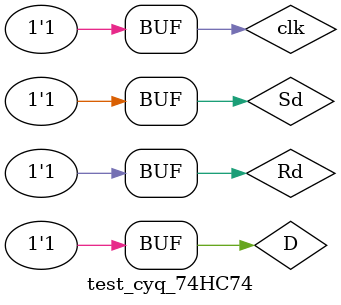
<source format=v>
`timescale 10ns/1ns
module test_cyq_74HC161;
     reg MR,CLK,CEP,CET,PE;
     reg [3:0]D;
     wire [3:0]Q;
     wire TC;
     cyq_74HC161 u0(MR,CLK,CEP,CET,PE,D,Q,TC);
     initial
        begin
           CLK=1;
        repeat(100)
      #5   CLK=~CLK;
        end
      initial
          D=4'b1111;
      initial
         begin
            MR=0;
            PE=1;
            CEP=1;
            CET=1;
        #22 MR=1;
        #30 PE=0;
        #10 PE=1;
        #200 CEP=0;
        #30  CEP=1;
        #50 CET=0;
        #30 CET=1;
          end
endmodule

module test_cyq_74HC194;
    reg MR,Dsr,Dsl,clk;
    reg [3:0]D;
    reg [1:0]S;
    wire [0:3]Q;
    cyq_74HC194   u0(MR,S,clk,Dsr,Dsl,D,Q);
    initial
         begin
         clk=1;
          repeat(100)
        #5 clk=~clk;
          end
     initial
          begin
          MR=0;
          S=0;
          Dsr=0;
          Dsl=1;
          D=0;
     #100 MR=1;
     #50  S=1;
     #50  Dsr=1;
     #50  S=2;
     #50  Dsl=1;
     #50  S=3;
        repeat(15)
     #50  D=D+1;
          end
endmodule

module test_cyq_74HC112;
      reg Sd,Rd,clk,J,K;
      wire Q;
      wire Q_n;
      cyq_74HC112   u0(Sd,Rd,clk,J,K,Q,Q_n);
      initial
         begin
        clk=0;
      repeat(100)
       #5 clk=~clk;
        end
     initial
        begin
          {Sd,Rd}=0;
          {J,K}=0;
       #100 {Sd,Rd}=1;
       #100 {Sd,Rd}=2;
       #100 {Sd,Rd}=3;
       #50  {J,K}=1;
       #50  {J,K}=2;
       #50  {J,K}=3;
        end
endmodule

module test_cyq_74HC74;
     reg Sd,Rd,clk,D;
     wire Q;
     wire Q_n;
     cyq_74HC74   u0(Sd,Rd,clk,D,Q,Q_n);
     initial
        begin
         clk=1;
        repeat(100)
       #5 clk=~clk;
        end
    initial
       begin
         {Sd,Rd}=0;
         D=0;
      #100 {Sd,Rd}=1;
      #100 {Sd,Rd}=2;
      #100 {Sd,Rd}=3;
      #50 D=1;
        end
endmodule
    

    
</source>
